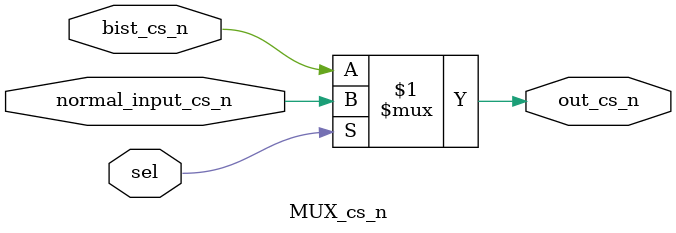
<source format=v>
module MUX_cs_n(
    normal_input_cs_n,
    bist_cs_n,
    sel,
    out_cs_n
);

input normal_input_cs_n;
input bist_cs_n;
input sel;
output out_cs_n;

assign out_cs_n = (sel)? normal_input_cs_n:bist_cs_n;

endmodule

</source>
